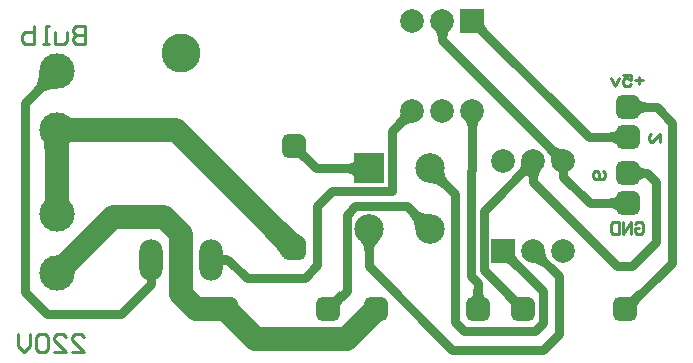
<source format=gbl>
G04*
G04 #@! TF.GenerationSoftware,Altium Limited,Altium Designer,20.1.11 (218)*
G04*
G04 Layer_Physical_Order=2*
G04 Layer_Color=16711680*
%FSLAX44Y44*%
%MOMM*%
G71*
G04*
G04 #@! TF.SameCoordinates,1E93E203-379C-4427-B74E-A7C53D13A6E2*
G04*
G04*
G04 #@! TF.FilePolarity,Positive*
G04*
G01*
G75*
%ADD10C,2.0000*%
%ADD11C,0.8000*%
%ADD12C,0.2540*%
%ADD13R,2.5000X2.5000*%
%ADD14C,2.5000*%
G04:AMPARAMS|DCode=15|XSize=2mm|YSize=2mm|CornerRadius=0.5mm|HoleSize=0mm|Usage=FLASHONLY|Rotation=0.000|XOffset=0mm|YOffset=0mm|HoleType=Round|Shape=RoundedRectangle|*
%AMROUNDEDRECTD15*
21,1,2.0000,1.0000,0,0,0.0*
21,1,1.0000,2.0000,0,0,0.0*
1,1,1.0000,0.5000,-0.5000*
1,1,1.0000,-0.5000,-0.5000*
1,1,1.0000,-0.5000,0.5000*
1,1,1.0000,0.5000,0.5000*
%
%ADD15ROUNDEDRECTD15*%
G04:AMPARAMS|DCode=16|XSize=2mm|YSize=2mm|CornerRadius=0.5mm|HoleSize=0mm|Usage=FLASHONLY|Rotation=90.000|XOffset=0mm|YOffset=0mm|HoleType=Round|Shape=RoundedRectangle|*
%AMROUNDEDRECTD16*
21,1,2.0000,1.0000,0,0,90.0*
21,1,1.0000,2.0000,0,0,90.0*
1,1,1.0000,0.5000,0.5000*
1,1,1.0000,0.5000,-0.5000*
1,1,1.0000,-0.5000,-0.5000*
1,1,1.0000,-0.5000,0.5000*
%
%ADD16ROUNDEDRECTD16*%
%ADD17C,2.0000*%
%ADD18R,2.0000X2.0000*%
%ADD19O,2.0000X3.5000*%
%ADD20C,3.3020*%
%ADD21C,3.0000*%
G36*
X81390Y143500D02*
X81890Y134032D01*
X60890D01*
X60985Y134215D01*
X61070Y134568D01*
X61145Y135090D01*
X61265Y136644D01*
X61385Y141790D01*
X61390Y143500D01*
X81390D01*
D02*
G37*
G36*
X61390Y174350D02*
X60890Y183818D01*
X81890D01*
X81795Y183635D01*
X81710Y183283D01*
X81635Y182760D01*
X81515Y181206D01*
X81395Y176061D01*
X81390Y174350D01*
X61390D01*
D02*
G37*
G36*
X51975Y230772D02*
X52831Y231720D01*
X53594Y232759D01*
X54266Y233890D01*
X54845Y235113D01*
X55333Y236428D01*
X55728Y237834D01*
X56032Y239333D01*
X56244Y240924D01*
X56363Y242606D01*
X56391Y244380D01*
X71240Y229531D01*
X69466Y229503D01*
X67783Y229384D01*
X66193Y229172D01*
X64694Y228868D01*
X63288Y228473D01*
X61973Y227985D01*
X60750Y227406D01*
X59619Y226734D01*
X58580Y225971D01*
X57632Y225116D01*
X51975Y230772D01*
D02*
G37*
G36*
X91571Y184531D02*
X82102Y184030D01*
Y205030D01*
X82285Y204935D01*
X82638Y204851D01*
X83160Y204776D01*
X84714Y204655D01*
X89860Y204536D01*
X91571Y204531D01*
Y184531D01*
D02*
G37*
G36*
X216662Y80836D02*
X215812Y80832D01*
X212590Y80618D01*
X212367Y80552D01*
X212232Y80476D01*
X212188Y80392D01*
Y89280D01*
X212232Y89196D01*
X212367Y89120D01*
X212590Y89053D01*
X212903Y88996D01*
X213306Y88947D01*
X214380Y88876D01*
X216662Y88836D01*
Y80836D01*
D02*
G37*
G36*
X261988Y118975D02*
X264485Y116504D01*
X275991Y106298D01*
X277328Y105366D01*
X278500Y104654D01*
X279507Y104161D01*
X262660Y87314D01*
X262167Y88320D01*
X261455Y89492D01*
X260523Y90830D01*
X258000Y94003D01*
X254598Y97837D01*
X247846Y104833D01*
X261988Y118975D01*
D02*
G37*
G36*
X282013Y165511D02*
X280370Y167098D01*
X277424Y169593D01*
X276122Y170501D01*
X274934Y171183D01*
X273860Y171639D01*
X272899Y171868D01*
X272052Y171871D01*
X271319Y171648D01*
X270699Y171198D01*
X281982Y182482D01*
X281533Y181862D01*
X281310Y181129D01*
X281313Y180282D01*
X281542Y179321D01*
X281998Y178246D01*
X282680Y177058D01*
X283588Y175756D01*
X284722Y174340D01*
X287670Y171168D01*
X282013Y165511D01*
D02*
G37*
G36*
X404430Y279349D02*
X403920Y278697D01*
X403470Y278002D01*
X403080Y277264D01*
X402750Y276483D01*
X402480Y275659D01*
X402270Y274792D01*
X402120Y273883D01*
X402030Y272930D01*
X402000Y271935D01*
X394000D01*
X393970Y272930D01*
X393880Y273883D01*
X393730Y274792D01*
X393520Y275659D01*
X393250Y276483D01*
X392920Y277264D01*
X392530Y278002D01*
X392080Y278697D01*
X391570Y279349D01*
X391000Y279959D01*
X405000D01*
X404430Y279349D01*
D02*
G37*
G36*
X372500Y200901D02*
X371666Y200873D01*
X370844Y200772D01*
X370034Y200599D01*
X369237Y200353D01*
X368451Y200034D01*
X367678Y199642D01*
X366916Y199178D01*
X366167Y198641D01*
X365430Y198031D01*
X364705Y197348D01*
X359048Y203005D01*
X359731Y203730D01*
X360341Y204467D01*
X360878Y205217D01*
X361342Y205978D01*
X361734Y206751D01*
X362052Y207537D01*
X362299Y208335D01*
X362472Y209144D01*
X362573Y209966D01*
X362601Y210800D01*
X372500Y200901D01*
D02*
G37*
G36*
X323561Y154000D02*
X323480Y154760D01*
X323240Y155440D01*
X322838Y156040D01*
X322276Y156560D01*
X321553Y157000D01*
X320670Y157360D01*
X319626Y157640D01*
X318421Y157840D01*
X317056Y157960D01*
X315530Y158000D01*
Y166000D01*
X317056Y166040D01*
X318421Y166160D01*
X319626Y166360D01*
X320670Y166640D01*
X321553Y167000D01*
X322276Y167440D01*
X322838Y167960D01*
X323240Y168560D01*
X323480Y169240D01*
X323561Y170000D01*
Y154000D01*
D02*
G37*
G36*
X399527Y160571D02*
X399638Y159318D01*
X399832Y158117D01*
X400108Y156967D01*
X400468Y155869D01*
X400910Y154822D01*
X401435Y153827D01*
X402042Y152884D01*
X402733Y151992D01*
X403506Y151151D01*
X397849Y145494D01*
X397009Y146268D01*
X396117Y146958D01*
X395173Y147566D01*
X394178Y148090D01*
X393131Y148532D01*
X392033Y148892D01*
X390884Y149168D01*
X389682Y149362D01*
X388429Y149473D01*
X387125Y149501D01*
X399499Y161875D01*
X399527Y160571D01*
D02*
G37*
G36*
X376991Y126733D02*
X377883Y126042D01*
X378827Y125435D01*
X379822Y124910D01*
X380868Y124468D01*
X381967Y124108D01*
X383116Y123832D01*
X384318Y123638D01*
X385571Y123527D01*
X386875Y123499D01*
X374501Y111125D01*
X374473Y112430D01*
X374362Y113682D01*
X374168Y114884D01*
X373891Y116033D01*
X373532Y117132D01*
X373090Y118178D01*
X372565Y119173D01*
X371958Y120117D01*
X371267Y121009D01*
X370494Y121849D01*
X376151Y127506D01*
X376991Y126733D01*
D02*
G37*
G36*
X343847Y101131D02*
X343040Y100167D01*
X342327Y99180D01*
X341710Y98172D01*
X341187Y97141D01*
X340760Y96089D01*
X340427Y95014D01*
X340190Y93917D01*
X340047Y92798D01*
X340000Y91657D01*
X332000D01*
X331952Y92798D01*
X331810Y93917D01*
X331572Y95014D01*
X331240Y96089D01*
X330812Y97141D01*
X330290Y98172D01*
X329672Y99180D01*
X328960Y100167D01*
X328152Y101131D01*
X327250Y102073D01*
X344750D01*
X343847Y101131D01*
D02*
G37*
G36*
X316929Y52763D02*
X315343Y51119D01*
X312847Y48174D01*
X311939Y46872D01*
X311257Y45684D01*
X310802Y44609D01*
X310572Y43649D01*
X310569Y42802D01*
X310793Y42068D01*
X311242Y41449D01*
X299959Y52732D01*
X300578Y52283D01*
X301312Y52059D01*
X302159Y52063D01*
X303120Y52292D01*
X304194Y52747D01*
X305382Y53429D01*
X306684Y54337D01*
X308100Y55472D01*
X311273Y58419D01*
X316929Y52763D01*
D02*
G37*
G36*
X432917Y287822D02*
X432691Y287087D01*
Y286238D01*
X432917Y285277D01*
X433370Y284202D01*
X434049Y283014D01*
X434954Y281713D01*
X436085Y280299D01*
X439027Y277131D01*
X433370Y271474D01*
X431729Y273058D01*
X428788Y275547D01*
X427487Y276452D01*
X426299Y277131D01*
X425224Y277583D01*
X424262Y277810D01*
X423414D01*
X422678Y277583D01*
X422056Y277131D01*
X433370Y288444D01*
X432917Y287822D01*
D02*
G37*
G36*
X564289Y220995D02*
X564561Y220319D01*
X565015Y219721D01*
X565650Y219204D01*
X566467Y218766D01*
X567465Y218407D01*
X568645Y218129D01*
X570006Y217930D01*
X571549Y217810D01*
X573273Y217771D01*
Y209771D01*
X571549Y209731D01*
X570006Y209611D01*
X568645Y209412D01*
X567465Y209133D01*
X566467Y208775D01*
X565650Y208337D01*
X565015Y207819D01*
X564561Y207222D01*
X564289Y206546D01*
X564198Y205789D01*
Y221752D01*
X564289Y220995D01*
D02*
G37*
G36*
X429830Y203149D02*
X429320Y202497D01*
X428870Y201802D01*
X428480Y201064D01*
X428150Y200283D01*
X427880Y199459D01*
X427670Y198592D01*
X427520Y197683D01*
X427430Y196730D01*
X427400Y195735D01*
X419400D01*
X419370Y196730D01*
X419280Y197683D01*
X419130Y198592D01*
X418920Y199459D01*
X418650Y200283D01*
X418320Y201064D01*
X417930Y201802D01*
X417480Y202497D01*
X416970Y203149D01*
X416400Y203759D01*
X430400D01*
X429830Y203149D01*
D02*
G37*
G36*
X546323Y180389D02*
X546232Y181145D01*
X545960Y181822D01*
X545506Y182419D01*
X544870Y182937D01*
X544054Y183375D01*
X543056Y183733D01*
X541876Y184012D01*
X540515Y184211D01*
X538972Y184331D01*
X537248Y184370D01*
Y192370D01*
X538972Y192410D01*
X540515Y192530D01*
X541876Y192729D01*
X543056Y193008D01*
X544054Y193366D01*
X544870Y193804D01*
X545506Y194321D01*
X545960Y194919D01*
X546232Y195595D01*
X546323Y196352D01*
Y180389D01*
D02*
G37*
G36*
X493230Y180970D02*
X493967Y180360D01*
X494716Y179823D01*
X495478Y179358D01*
X496251Y178967D01*
X497037Y178648D01*
X497835Y178402D01*
X498644Y178228D01*
X499466Y178128D01*
X500300Y178100D01*
X490401Y168200D01*
X490373Y169034D01*
X490272Y169856D01*
X490099Y170666D01*
X489853Y171464D01*
X489534Y172249D01*
X489142Y173023D01*
X488678Y173784D01*
X488141Y174533D01*
X487531Y175270D01*
X486848Y175995D01*
X492505Y181652D01*
X493230Y180970D01*
D02*
G37*
G36*
X472042Y160959D02*
X482000D01*
X481430Y160349D01*
X480920Y159697D01*
X480470Y159002D01*
X480080Y158264D01*
X479750Y157483D01*
X479480Y156659D01*
X479270Y155792D01*
X479120Y154883D01*
X479030Y153930D01*
X479000Y152935D01*
X471000D01*
X470970Y153930D01*
X470880Y154883D01*
X470730Y155792D01*
X470520Y156659D01*
X470406Y157008D01*
X470078Y156842D01*
X469316Y156378D01*
X468567Y155841D01*
X467830Y155231D01*
X467105Y154548D01*
X461449Y160205D01*
X462131Y160930D01*
X462741Y161667D01*
X463278Y162416D01*
X463742Y163178D01*
X464134Y163951D01*
X464453Y164737D01*
X464699Y165534D01*
X464872Y166344D01*
X464973Y167166D01*
X465001Y168000D01*
X472042Y160959D01*
D02*
G37*
G36*
X565145Y163691D02*
X565338Y163313D01*
X565659Y162980D01*
X566108Y162691D01*
X566686Y162446D01*
X567392Y162246D01*
X568226Y162091D01*
X569189Y161979D01*
X570280Y161913D01*
X571500Y161891D01*
Y153890D01*
X570280Y153868D01*
X568226Y153690D01*
X567392Y153535D01*
X566686Y153335D01*
X566108Y153090D01*
X565659Y152801D01*
X565338Y152467D01*
X565145Y152090D01*
X565081Y151667D01*
Y164114D01*
X565145Y163691D01*
D02*
G37*
G36*
X546323Y124509D02*
X546232Y125266D01*
X545960Y125942D01*
X545506Y126539D01*
X544870Y127057D01*
X544054Y127495D01*
X543056Y127853D01*
X541876Y128132D01*
X540515Y128331D01*
X538972Y128451D01*
X537248Y128490D01*
Y136490D01*
X538972Y136530D01*
X540515Y136650D01*
X541876Y136849D01*
X543056Y137128D01*
X544054Y137486D01*
X544870Y137924D01*
X545506Y138441D01*
X545960Y139039D01*
X546232Y139715D01*
X546323Y140472D01*
Y124509D01*
D02*
G37*
G36*
X485028Y90966D02*
X485129Y90144D01*
X485302Y89334D01*
X485548Y88537D01*
X485867Y87751D01*
X486259Y86978D01*
X486723Y86216D01*
X487260Y85467D01*
X487870Y84730D01*
X488552Y84005D01*
X482895Y78348D01*
X482170Y79031D01*
X481433Y79641D01*
X480684Y80178D01*
X479923Y80642D01*
X479149Y81034D01*
X478364Y81353D01*
X477566Y81599D01*
X476756Y81772D01*
X475934Y81873D01*
X475100Y81901D01*
X485000Y91800D01*
X485028Y90966D01*
D02*
G37*
G36*
X459117Y92622D02*
X458891Y91887D01*
Y91038D01*
X459117Y90077D01*
X459570Y89002D01*
X460249Y87814D01*
X461154Y86513D01*
X462285Y85099D01*
X465227Y81931D01*
X459570Y76274D01*
X457929Y77858D01*
X454988Y80347D01*
X453687Y81252D01*
X452499Y81931D01*
X451424Y82383D01*
X450462Y82610D01*
X449614D01*
X448878Y82383D01*
X448256Y81931D01*
X459570Y93244D01*
X459117Y92622D01*
D02*
G37*
G36*
X568390Y52763D02*
X566802Y51119D01*
X564307Y48174D01*
X563399Y46872D01*
X562717Y45684D01*
X562262Y44609D01*
X562033Y43649D01*
X562029Y42802D01*
X562253Y42068D01*
X562702Y41449D01*
X551419Y52732D01*
X552038Y52283D01*
X552772Y52059D01*
X553619Y52063D01*
X554580Y52292D01*
X555654Y52747D01*
X556842Y53429D01*
X558144Y54337D01*
X559560Y55472D01*
X562733Y58419D01*
X568390Y52763D01*
D02*
G37*
G36*
X432300Y59039D02*
X432420Y57496D01*
X432619Y56135D01*
X432897Y54955D01*
X433256Y53957D01*
X433694Y53140D01*
X434211Y52505D01*
X434808Y52051D01*
X435485Y51779D01*
X436242Y51688D01*
X420279D01*
X421035Y51779D01*
X421712Y52051D01*
X422309Y52505D01*
X422827Y53140D01*
X423265Y53957D01*
X423623Y54955D01*
X423902Y56135D01*
X424101Y57496D01*
X424220Y59039D01*
X424260Y60763D01*
X432260D01*
X432300Y59039D01*
D02*
G37*
G36*
X457991Y56832D02*
X460936Y54337D01*
X462238Y53429D01*
X463427Y52747D01*
X464501Y52292D01*
X465462Y52063D01*
X466309Y52059D01*
X467042Y52283D01*
X467662Y52732D01*
X456378Y41449D01*
X456828Y42068D01*
X457051Y42802D01*
X457048Y43649D01*
X456819Y44609D01*
X456363Y45684D01*
X455681Y46872D01*
X454773Y48174D01*
X453639Y49590D01*
X450691Y52763D01*
X456348Y58419D01*
X457991Y56832D01*
D02*
G37*
D10*
X214900Y42750D02*
X239650Y18000D01*
X317150D02*
X341900Y42750D01*
X239650Y18000D02*
X317150D01*
X119070Y121000D02*
X162050D01*
X71390Y73320D02*
X119070Y121000D01*
X162050D02*
X176800Y106250D01*
Y55450D02*
Y84660D01*
X189500Y42750D02*
X214900D01*
X176800Y55450D02*
X189500Y42750D01*
X71390Y123320D02*
Y194531D01*
X172290D01*
X272001Y94820D01*
X176800Y84660D02*
Y106250D01*
D11*
X336000Y79036D02*
X406400Y8636D01*
X336000Y79036D02*
Y111000D01*
X406400Y8636D02*
X483108D01*
X202200Y84836D02*
X216662D01*
X552720Y42750D02*
X592080Y82110D01*
Y200920D01*
X579230Y213771D02*
X592080Y200920D01*
X555260Y213771D02*
X579230D01*
X398000Y270500D02*
X500400Y168100D01*
X398000Y270500D02*
Y287100D01*
X500400Y154809D02*
Y168100D01*
Y154809D02*
X522719Y132491D01*
X555260D01*
X423400Y287100D02*
X522130Y188370D01*
X555260D01*
X433060Y76051D02*
X466360Y42750D01*
X433060Y76051D02*
Y126160D01*
X475000Y168100D01*
Y150602D02*
Y168100D01*
Y150602D02*
X545846Y79756D01*
X558800D01*
X579120Y100076D01*
Y150271D01*
X571500Y157891D02*
X579120Y150271D01*
X555260Y157891D02*
X571500D01*
X44568Y217708D02*
X71390Y244530D01*
X44568Y57364D02*
Y217708D01*
Y57364D02*
X63500Y38432D01*
X126000D01*
X151400Y63832D01*
Y84660D01*
X428260Y42750D02*
Y64820D01*
X422520Y70560D02*
X428260Y64820D01*
X422520Y70560D02*
Y160156D01*
X423400Y161036D01*
Y210900D01*
X202200Y84660D02*
Y84836D01*
X216662D02*
X232410Y69088D01*
X281178D01*
X292100Y80010D01*
Y130048D01*
X304800Y142748D01*
X355092D01*
Y193392D01*
X372600Y210900D01*
X272001Y181180D02*
X291180Y162000D01*
X336000D01*
X387000D02*
X408940Y140060D01*
Y32258D02*
Y140060D01*
Y32258D02*
X416560Y24638D01*
X476250D01*
X483108Y31496D01*
Y58393D01*
X449600Y91900D02*
X483108Y58393D01*
Y8636D02*
X496316Y21844D01*
Y70585D01*
X475000Y91900D02*
X496316Y70585D01*
X301260Y42750D02*
X316738Y58228D01*
Y122936D01*
X323850Y130048D01*
X367952D01*
X387000Y111000D01*
D12*
X533794Y159460D02*
X535460Y157794D01*
Y154462D01*
X533794Y152795D01*
X527129D01*
X525463Y154462D01*
Y157794D01*
X527129Y159460D01*
X528796D01*
X530462Y157794D01*
Y152795D01*
X582460Y184795D02*
Y191460D01*
X575796Y184795D01*
X574129D01*
X572463Y186462D01*
Y189794D01*
X574129Y191460D01*
X95460Y282775D02*
Y267540D01*
X87843D01*
X85303Y270079D01*
Y272618D01*
X87843Y275158D01*
X95460D01*
X87843D01*
X85303Y277697D01*
Y280236D01*
X87843Y282775D01*
X95460D01*
X80225Y277697D02*
Y270079D01*
X77686Y267540D01*
X70068D01*
Y277697D01*
X64990Y267540D02*
X59911D01*
X62451D01*
Y282775D01*
X64990D01*
X52294D02*
Y267540D01*
X44676D01*
X42137Y270079D01*
Y272618D01*
Y275158D01*
X44676Y277697D01*
X52294D01*
X84303Y6540D02*
X94460D01*
X84303Y16697D01*
Y19236D01*
X86842Y21775D01*
X91921D01*
X94460Y19236D01*
X69068Y6540D02*
X79225D01*
X69068Y16697D01*
Y19236D01*
X71607Y21775D01*
X76686D01*
X79225Y19236D01*
X63990D02*
X61451Y21775D01*
X56372D01*
X53833Y19236D01*
Y9079D01*
X56372Y6540D01*
X61451D01*
X63990Y9079D01*
Y19236D01*
X48755Y21775D02*
Y11618D01*
X43676Y6540D01*
X38598Y11618D01*
Y21775D01*
X560796Y114871D02*
X562462Y116537D01*
X565794D01*
X567460Y114871D01*
Y108206D01*
X565794Y106540D01*
X562462D01*
X560796Y108206D01*
Y111538D01*
X564128D01*
X557463Y106540D02*
Y116537D01*
X550799Y106540D01*
Y116537D01*
X547466D02*
Y106540D01*
X542468D01*
X540802Y108206D01*
Y114871D01*
X542468Y116537D01*
X547466D01*
X567460Y236538D02*
X560796D01*
X564128Y239871D02*
Y233206D01*
X550799Y241537D02*
X557463D01*
Y236538D01*
X554131Y238204D01*
X552465D01*
X550799Y236538D01*
Y233206D01*
X552465Y231540D01*
X555797D01*
X557463Y233206D01*
X547466Y238204D02*
X544134Y231540D01*
X540802Y238204D01*
D13*
X336000Y162000D02*
D03*
D14*
X387000D02*
D03*
X336000Y111000D02*
D03*
X387000D02*
D03*
D15*
X214900Y42750D02*
D03*
X301260D02*
D03*
X466360D02*
D03*
X552720D02*
D03*
X428260D02*
D03*
X341900D02*
D03*
D16*
X272001Y94820D02*
D03*
Y181180D02*
D03*
X555260Y213771D02*
D03*
Y188370D02*
D03*
Y157891D02*
D03*
Y132491D02*
D03*
D17*
X372600Y210900D02*
D03*
X398000D02*
D03*
X423400D02*
D03*
X372600Y287100D02*
D03*
X398000D02*
D03*
X475000Y91900D02*
D03*
X500400D02*
D03*
Y168100D02*
D03*
X475000D02*
D03*
X449600D02*
D03*
D18*
X423400Y287100D02*
D03*
X449600Y91900D02*
D03*
D19*
X151400Y84660D02*
D03*
X176800D02*
D03*
X202200D02*
D03*
D20*
X176800Y259920D02*
D03*
D21*
X71390Y123320D02*
D03*
Y73320D02*
D03*
Y244530D02*
D03*
Y194531D02*
D03*
M02*

</source>
